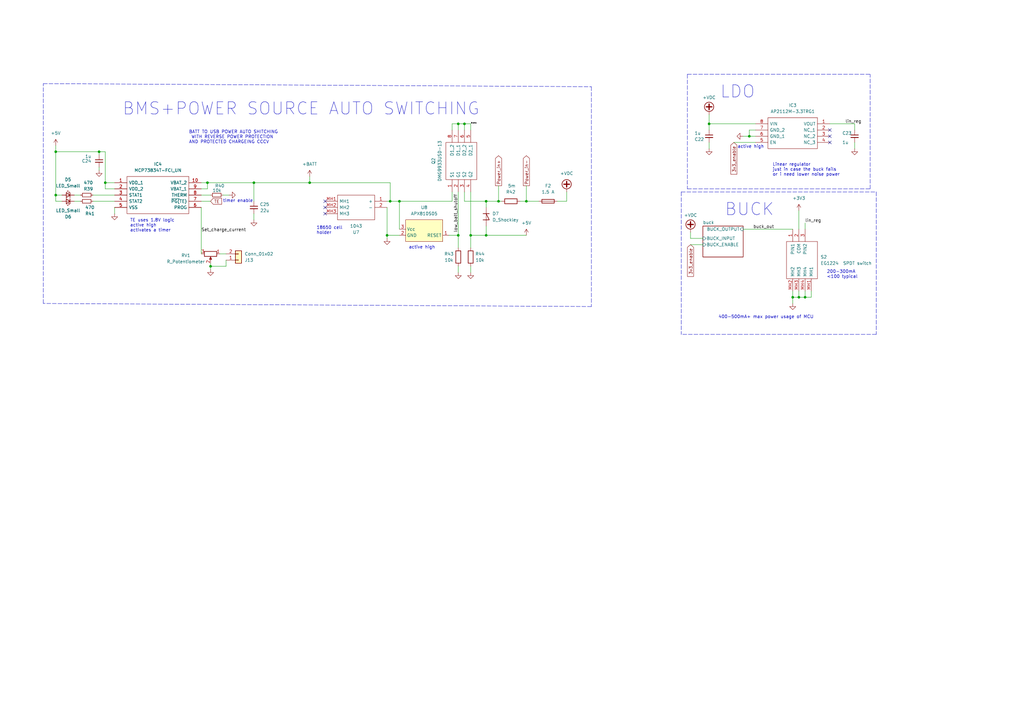
<source format=kicad_sch>
(kicad_sch (version 20211123) (generator eeschema)
  (paper "A3")
  (title_block (title "ESP32 MP3 player/web radio+power meter+uSD dataloger") (rev "2"))
  (lib_symbols
    (symbol "Connector_Generic:Conn_01x02" (pin_names (offset 1.016) hide)
      (property "Reference" "J" (at 0 2.54 0))
      (property "Value" "Conn_01x02" (at 0 -5.08 0))
      (symbol "Conn_01x02_1_1"
        (rectangle (start -1.27 -2.413) (end 0 -2.667) (stroke (width 0.1524)))
        (rectangle (start -1.27 0.127) (end 0 -0.127) (stroke (width 0.1524)))
        (rectangle (start -1.27 1.27) (end 1.27 -3.81) (stroke (width 0.254)) (fill (type background)))
        (pin passive line (at -5.08 0 0) (length 3.81) (name "Pin_1") (number "1"))
        (pin passive line (at -5.08 -2.54 0) (length 3.81) (name "Pin_2") (number "2"))
      )
    )
    (symbol "Device:C_Small" (pin_numbers hide) (pin_names (offset 0.254) hide)
      (property "Reference" "C" (at 0.254 1.778 0))
      (property "Value" "C_Small" (at 0.254 -2.032 0))
      (symbol "C_Small_0_1"
        (polyline (pts (xy -1.524 -0.508) (xy 1.524 -0.508)) (stroke (width 0.3302)))
        (polyline (pts (xy -1.524 0.508) (xy 1.524 0.508)) (stroke (width 0.3048)))
      )
      (symbol "C_Small_1_1"
        (pin passive line (at 0 2.54 270) (length 2.032) (name "~") (number "1"))
        (pin passive line (at 0 -2.54 90) (length 2.032) (name "~") (number "2"))
      )
    )
    (symbol "Device:D_Shockley" (pin_numbers hide) (pin_names (offset 1.016) hide)
      (property "Reference" "D" (at 0 2.54 0))
      (property "Value" "D_Shockley" (at 0 -2.54 0))
      (symbol "D_Shockley_0_1"
        (polyline (pts (xy -1.27 0) (xy 1.27 0)))
        (polyline (pts (xy -1.27 1.27) (xy -1.27 -1.27)) (stroke (width 0.254)))
        (polyline (pts (xy -1.27 0) (xy 1.27 1.27) (xy 1.27 -1.27)) (stroke (width 0.254)))
      )
      (symbol "D_Shockley_1_1"
        (pin passive line (at -3.81 0 0) (length 2.54) (name "K") (number "1"))
        (pin passive line (at 3.81 0 180) (length 2.54) (name "A") (number "2"))
      )
    )
    (symbol "Device:Fuse" (pin_numbers hide) (pin_names (offset 0))
      (property "Reference" "F" (at 2.032 0 90))
      (property "Value" "Fuse" (at -1.905 0 90))
      (symbol "Fuse_0_1"
        (rectangle (start -0.762 -2.54) (end 0.762 2.54) (stroke (width 0.254)))
        (polyline (pts (xy 0 2.54) (xy 0 -2.54)))
      )
      (symbol "Fuse_1_1"
        (pin passive line (at 0 3.81 270) (length 1.27) (name "~") (number "1"))
        (pin passive line (at 0 -3.81 90) (length 1.27) (name "~") (number "2"))
      )
    )
    (symbol "Device:LED_Small" (pin_numbers hide) (pin_names (offset 0.254) hide)
      (property "Reference" "D" (at -1.27 3.175 0))
      (property "Value" "LED_Small" (at -4.445 -2.54 0))
      (symbol "LED_Small_0_1"
        (polyline (pts (xy -0.762 -1.016) (xy -0.762 1.016)) (stroke (width 0.254)))
        (polyline (pts (xy 1.016 0) (xy -0.762 0)))
        (polyline (pts (xy 0.762 -1.016) (xy -0.762 0) (xy 0.762 1.016) (xy 0.762 -1.016)) (stroke (width 0.254)))
        (polyline (pts (xy 0 0.762) (xy -0.508 1.27) (xy -0.254 1.27) (xy -0.508 1.27) (xy -0.508 1.016)))
        (polyline (pts (xy 0.508 1.27) (xy 0 1.778) (xy 0.254 1.778) (xy 0 1.778) (xy 0 1.524)))
      )
      (symbol "LED_Small_1_1"
        (pin passive line (at -2.54 0 0) (length 1.778) (name "K") (number "1"))
        (pin passive line (at 2.54 0 180) (length 1.778) (name "A") (number "2"))
      )
    )
    (symbol "Device:R" (pin_numbers hide) (pin_names (offset 0))
      (property "Reference" "R" (at 2.032 0 90))
      (property "Value" "R" (at 0 0 90))
      (symbol "R_0_1"
        (rectangle (start -1.016 -2.54) (end 1.016 2.54) (stroke (width 0.254)))
      )
      (symbol "R_1_1"
        (pin passive line (at 0 3.81 270) (length 1.27) (name "~") (number "1"))
        (pin passive line (at 0 -3.81 90) (length 1.27) (name "~") (number "2"))
      )
    )
    (symbol "Device:R_Potentiometer" (pin_names (offset 1.016) hide)
      (property "Reference" "RV" (at -4.445 0 90))
      (property "Value" "R_Potentiometer" (at -2.54 0 90))
      (symbol "R_Potentiometer_0_1"
        (polyline (pts (xy 2.54 0) (xy 1.524 0)))
        (polyline (pts (xy 1.143 0) (xy 2.286 0.508) (xy 2.286 -0.508) (xy 1.143 0)) (fill (type outline)))
        (rectangle (start 1.016 2.54) (end -1.016 -2.54) (stroke (width 0.254)))
      )
      (symbol "R_Potentiometer_1_1"
        (pin passive line (at 0 3.81 270) (length 1.27) (name "1") (number "1"))
        (pin passive line (at 3.81 0 180) (length 1.27) (name "2") (number "2"))
        (pin passive line (at 0 -3.81 90) (length 1.27) (name "3") (number "3"))
      )
    )
    (symbol "Device:R_Small" (pin_numbers hide) (pin_names (offset 0.254) hide)
      (property "Reference" "R" (at 0.762 0.508 0))
      (property "Value" "R_Small" (at 0.762 -1.016 0))
      (symbol "R_Small_0_1"
        (rectangle (start -0.762 1.778) (end 0.762 -1.778) (stroke (width 0.2032)))
      )
      (symbol "R_Small_1_1"
        (pin passive line (at 0 2.54 270) (length 0.762) (name "~") (number "1"))
        (pin passive line (at 0 -2.54 90) (length 0.762) (name "~") (number "2"))
      )
    )
    (symbol "My_custom_lib:APX810S05"
      (property "Reference" "U" (at 0 6.35 0))
      (property "Value" "APX810S05" (at 0 3.81 0))
      (symbol "APX810S05_0_1"
        (rectangle (start -6.35 5.08) (end 8.89 -3.81) (fill (type background)))
      )
      (symbol "APX810S05_1_1"
        (pin output line (at 11.43 -1.27 180) (length 2.54) (name "RESET") (number "1"))
        (pin power_in line (at -8.89 -1.27 0) (length 2.54) (name "GND") (number "2"))
        (pin power_in line (at -8.89 1.27 0) (length 2.54) (name "Vcc") (number "3"))
      )
    )
    (symbol "SamacSys_Parts:1043" (pin_names (offset 0.762))
      (property "Reference" "U" (at 10.16 7.62 0))
      (property "Value" "1043" (at 10.16 5.08 0))
      (symbol "1043_0_0"
        (pin passive line (at 0 0 0) (length 5.08) (name "+") (number "1"))
        (pin passive line (at 0 -2.54 0) (length 5.08) (name "-") (number "2"))
        (pin passive line (at 25.4 0 180) (length 5.08) (name "MH1") (number "MH1"))
        (pin passive line (at 25.4 -2.54 180) (length 5.08) (name "MH2") (number "MH2"))
        (pin passive line (at 25.4 -5.08 180) (length 5.08) (name "MH3") (number "MH3"))
      )
      (symbol "1043_0_1"
        (polyline (pts (xy 5.08 2.54) (xy 20.32 2.54) (xy 20.32 -7.62) (xy 5.08 -7.62) (xy 5.08 2.54)) (stroke (width 0.1524)))
      )
    )
    (symbol "SamacSys_Parts:AP2112M-3.3TRG1" (pin_names (offset 0.762))
      (property "Reference" "IC" (at 26.67 7.62 0))
      (property "Value" "AP2112M-3.3TRG1" (at 26.67 5.08 0))
      (symbol "AP2112M-3.3TRG1_0_0"
        (pin passive line (at 0 0 0) (length 5.08) (name "VOUT") (number "1"))
        (pin passive line (at 0 -2.54 0) (length 5.08) (name "NC_1") (number "2"))
        (pin passive line (at 0 -5.08 0) (length 5.08) (name "NC_2") (number "3"))
        (pin passive line (at 0 -7.62 0) (length 5.08) (name "NC_3") (number "4"))
        (pin passive line (at 30.48 -7.62 180) (length 5.08) (name "EN") (number "5"))
        (pin passive line (at 30.48 -5.08 180) (length 5.08) (name "GND_1") (number "6"))
        (pin passive line (at 30.48 -2.54 180) (length 5.08) (name "GND_2") (number "7"))
        (pin passive line (at 30.48 0 180) (length 5.08) (name "VIN") (number "8"))
      )
      (symbol "AP2112M-3.3TRG1_0_1"
        (polyline (pts (xy 5.08 2.54) (xy 25.4 2.54) (xy 25.4 -10.16) (xy 5.08 -10.16) (xy 5.08 2.54)) (stroke (width 0.1524)))
      )
    )
    (symbol "SamacSys_Parts:DMG9933USD-13" (pin_names (offset 0.762))
      (property "Reference" "Q" (at 21.59 7.62 0))
      (property "Value" "DMG9933USD-13" (at 21.59 5.08 0))
      (symbol "DMG9933USD-13_0_0"
        (pin passive line (at 0 0 0) (length 5.08) (name "S1") (number "1"))
        (pin passive line (at 0 -2.54 0) (length 5.08) (name "G1") (number "2"))
        (pin passive line (at 0 -5.08 0) (length 5.08) (name "S2") (number "3"))
        (pin passive line (at 0 -7.62 0) (length 5.08) (name "G2") (number "4"))
        (pin passive line (at 25.4 -7.62 180) (length 5.08) (name "D2_1") (number "5"))
        (pin passive line (at 25.4 -5.08 180) (length 5.08) (name "D2_2") (number "6"))
        (pin passive line (at 25.4 -2.54 180) (length 5.08) (name "D1_1") (number "7"))
        (pin passive line (at 25.4 0 180) (length 5.08) (name "D1_2") (number "8"))
      )
      (symbol "DMG9933USD-13_0_1"
        (polyline (pts (xy 5.08 2.54) (xy 20.32 2.54) (xy 20.32 -10.16) (xy 5.08 -10.16) (xy 5.08 2.54)) (stroke (width 0.1524)))
      )
    )
    (symbol "SamacSys_Parts:EG1224" (pin_names (offset 0.762))
      (property "Reference" "S" (at 21.59 7.62 0))
      (property "Value" "EG1224" (at 21.59 5.08 0))
      (symbol "EG1224_0_0"
        (pin passive line (at 0 0 0) (length 5.08) (name "PIN1") (number "1"))
        (pin passive line (at 0 -2.54 0) (length 5.08) (name "COM") (number "2"))
        (pin passive line (at 0 -5.08 0) (length 5.08) (name "PIN2") (number "3"))
        (pin passive line (at 25.4 -7.62 180) (length 5.08) (name "MH1") (number "MH1"))
        (pin passive line (at 25.4 0 180) (length 5.08) (name "MH2") (number "MH2"))
        (pin passive line (at 25.4 -2.54 180) (length 5.08) (name "MH3") (number "MH3"))
        (pin passive line (at 25.4 -5.08 180) (length 5.08) (name "MH4") (number "MH4"))
      )
      (symbol "EG1224_0_1"
        (polyline (pts (xy 5.08 2.54) (xy 20.32 2.54) (xy 20.32 -10.16) (xy 5.08 -10.16) (xy 5.08 2.54)) (stroke (width 0.1524)))
      )
    )
    (symbol "SamacSys_Parts:MCP73834T-FCI_UN" (pin_names (offset 0.762))
      (property "Reference" "IC" (at 31.75 7.62 0))
      (property "Value" "MCP73834T-FCI_UN" (at 31.75 5.08 0))
      (symbol "MCP73834T-FCI_UN_0_0"
        (pin passive line (at 0 0 0) (length 5.08) (name "VDD_1") (number "1"))
        (pin passive line (at 35.56 0 180) (length 5.08) (name "VBAT_2") (number "10"))
        (pin passive line (at 0 -2.54 0) (length 5.08) (name "VDD_2") (number "2"))
        (pin passive line (at 0 -5.08 0) (length 5.08) (name "STAT1") (number "3"))
        (pin passive line (at 0 -7.62 0) (length 5.08) (name "STAT2") (number "4"))
        (pin passive line (at 0 -10.16 0) (length 5.08) (name "VSS") (number "5"))
        (pin passive line (at 35.56 -10.16 180) (length 5.08) (name "PROG") (number "6"))
        (pin passive line (at 35.56 -7.62 180) (length 5.08) (name "~{PG(}TE)") (number "7"))
        (pin passive line (at 35.56 -5.08 180) (length 5.08) (name "THERM") (number "8"))
        (pin passive line (at 35.56 -2.54 180) (length 5.08) (name "VBAT_1") (number "9"))
      )
      (symbol "MCP73834T-FCI_UN_0_1"
        (polyline (pts (xy 5.08 2.54) (xy 30.48 2.54) (xy 30.48 -12.7) (xy 5.08 -12.7) (xy 5.08 2.54)) (stroke (width 0.1524)))
      )
    )
    (symbol "power:+3V3" (power) (pin_names (offset 0))
      (property "Value" "+3V3" (at 0 3.556 0))
      (symbol "+3V3_0_1"
        (polyline (pts (xy -0.762 1.27) (xy 0 2.54)))
        (polyline (pts (xy 0 0) (xy 0 2.54)))
        (polyline (pts (xy 0 2.54) (xy 0.762 1.27)))
      )
      (symbol "+3V3_1_1"
        (pin power_in line (at 0 0 90) (length 0) hide (name "+3V3") (number "1"))
      )
    )
    (symbol "power:+5V" (power) (pin_names (offset 0))
      (property "Value" "+5V" (at 0 3.556 0))
      (symbol "+5V_0_1"
        (polyline (pts (xy -0.762 1.27) (xy 0 2.54)))
        (polyline (pts (xy 0 0) (xy 0 2.54)))
        (polyline (pts (xy 0 2.54) (xy 0.762 1.27)))
      )
      (symbol "+5V_1_1"
        (pin power_in line (at 0 0 90) (length 0) hide (name "+5V") (number "1"))
      )
    )
    (symbol "power:+BATT" (power) (pin_names (offset 0))
      (property "Value" "+BATT" (at 0 3.556 0))
      (symbol "+BATT_0_1"
        (polyline (pts (xy -0.762 1.27) (xy 0 2.54)))
        (polyline (pts (xy 0 0) (xy 0 2.54)))
        (polyline (pts (xy 0 2.54) (xy 0.762 1.27)))
      )
      (symbol "+BATT_1_1"
        (pin power_in line (at 0 0 90) (length 0) hide (name "+BATT") (number "1"))
      )
    )
    (symbol "power:+VDC" (power) (pin_names (offset 0))
      (property "Value" "+VDC" (at 0 6.35 0))
      (symbol "+VDC_0_1"
        (polyline (pts (xy -1.143 3.175) (xy 1.143 3.175)) (stroke (width 0.508)))
        (polyline (pts (xy 0 0) (xy 0 1.27)))
        (polyline (pts (xy 0 2.032) (xy 0 4.318)) (stroke (width 0.508)))
        (circle (center 0 3.175) (radius 1.905) (stroke (width 0.254)))
      )
      (symbol "+VDC_1_1"
        (pin power_in line (at 0 0 90) (length 0) hide (name "+VDC") (number "1"))
      )
    )
    (symbol "power:GND" (power) (pin_names (offset 0))
      (property "Value" "GND" (at 0 -3.81 0))
      (symbol "GND_0_1"
        (polyline (pts (xy 0 0) (xy 0 -1.27) (xy 1.27 -1.27) (xy 0 -2.54) (xy -1.27 -1.27) (xy 0 -1.27)))
      )
      (symbol "GND_1_1"
        (pin power_in line (at 0 0 270) (length 0) hide (name "GND") (number "1"))
      )
    )
  )
  (junction (at 204.47 82.55))
  (junction (at 22.86 62.23))
  (junction (at 199.39 96.52))
  (junction (at 190.5 50.8))
  (junction (at 325.12 121.92))
  (junction (at 22.86 80.01))
  (junction (at 187.96 96.52))
  (junction (at 215.9 82.55))
  (junction (at 104.14 74.93))
  (junction (at 330.2 121.92))
  (junction (at 307.34 55.88))
  (junction (at 160.02 82.55))
  (junction (at 85.09 74.93))
  (junction (at 187.96 50.8))
  (junction (at 127 74.93))
  (junction (at 193.04 96.52))
  (junction (at 86.36 109.22))
  (junction (at 43.18 74.93))
  (junction (at 163.83 82.55))
  (junction (at 199.39 82.55))
  (junction (at 327.66 121.92))
  (junction (at 158.75 96.52))
  (junction (at 40.64 62.23))
  (junction (at 290.83 50.8))
  (no_connect (at 133.35 87.63))
  (no_connect (at 340.36 53.34))
  (no_connect (at 133.35 85.09))
  (no_connect (at 133.35 82.55))
  (no_connect (at 340.36 58.42))
  (no_connect (at 340.36 55.88))
  (wire (pts (xy 187.96 50.8) (xy 187.96 53.34)))
  (wire (pts (xy 325.12 121.92) (xy 327.66 121.92)))
  (wire (pts (xy 307.34 55.88) (xy 309.88 55.88)))
  (wire (pts (xy 325.12 121.92) (xy 325.12 124.46)))
  (wire (pts (xy 204.47 82.55) (xy 205.74 82.55)))
  (wire (pts (xy 22.86 59.69) (xy 22.86 62.23)))
  (wire (pts (xy 185.42 50.8) (xy 187.96 50.8)))
  (wire (pts (xy 190.5 50.8) (xy 193.04 50.8)))
  (wire (pts (xy 40.64 62.23) (xy 43.18 62.23)))
  (wire (pts (xy 199.39 92.71) (xy 199.39 96.52)))
  (wire (pts (xy 290.83 50.8) (xy 290.83 53.34)))
  (wire (pts (xy 290.83 58.42) (xy 290.83 60.96)))
  (wire (pts (xy 190.5 82.55) (xy 199.39 82.55)))
  (wire (pts (xy 127 74.93) (xy 160.02 74.93)))
  (wire (pts (xy 85.09 74.93) (xy 82.55 74.93)))
  (wire (pts (xy 127 72.39) (xy 127 74.93)))
  (wire (pts (xy 91.44 80.01) (xy 93.98 80.01)))
  (wire (pts (xy 22.86 82.55) (xy 25.4 82.55)))
  (wire (pts (xy 350.52 50.8) (xy 350.52 53.34)))
  (wire (pts (xy 283.21 97.79) (xy 288.29 97.79)))
  (wire (pts (xy 82.55 80.01) (xy 86.36 80.01)))
  (wire (pts (xy 193.04 50.8) (xy 193.04 53.34)))
  (polyline (pts (xy 279.4 78.74) (xy 279.4 137.16)))
  (wire (pts (xy 85.09 77.47) (xy 85.09 74.93)))
  (wire (pts (xy 160.02 74.93) (xy 160.02 82.55)))
  (wire (pts (xy 163.83 82.55) (xy 163.83 93.98)))
  (wire (pts (xy 290.83 50.8) (xy 309.88 50.8)))
  (wire (pts (xy 193.04 78.74) (xy 193.04 96.52)))
  (wire (pts (xy 22.86 80.01) (xy 22.86 82.55)))
  (wire (pts (xy 330.2 121.92) (xy 332.74 121.92)))
  (wire (pts (xy 290.83 46.99) (xy 290.83 50.8)))
  (wire (pts (xy 82.55 85.09) (xy 82.55 104.14)))
  (wire (pts (xy 187.96 78.74) (xy 187.96 96.52)))
  (wire (pts (xy 307.34 53.34) (xy 307.34 55.88)))
  (wire (pts (xy 304.8 93.98) (xy 325.12 93.98)))
  (wire (pts (xy 190.5 50.8) (xy 190.5 53.34)))
  (wire (pts (xy 283.21 95.25) (xy 283.21 97.79)))
  (wire (pts (xy 158.75 82.55) (xy 160.02 82.55)))
  (wire (pts (xy 215.9 76.2) (xy 215.9 82.55)))
  (polyline (pts (xy 359.41 78.74) (xy 359.41 137.16)))
  (wire (pts (xy 30.48 82.55) (xy 33.02 82.55)))
  (wire (pts (xy 193.04 109.22) (xy 193.04 111.76)))
  (wire (pts (xy 199.39 82.55) (xy 204.47 82.55)))
  (wire (pts (xy 187.96 96.52) (xy 187.96 101.6)))
  (wire (pts (xy 215.9 82.55) (xy 220.98 82.55)))
  (wire (pts (xy 185.42 50.8) (xy 185.42 53.34)))
  (wire (pts (xy 86.36 109.22) (xy 86.36 110.49)))
  (wire (pts (xy 232.41 78.74) (xy 232.41 82.55)))
  (wire (pts (xy 104.14 87.63) (xy 104.14 90.17)))
  (wire (pts (xy 43.18 74.93) (xy 46.99 74.93)))
  (polyline (pts (xy 356.87 77.47) (xy 356.87 30.48)))
  (wire (pts (xy 38.1 80.01) (xy 46.99 80.01)))
  (wire (pts (xy 43.18 62.23) (xy 43.18 74.93)))
  (wire (pts (xy 43.18 74.93) (xy 43.18 77.47)))
  (wire (pts (xy 350.52 58.42) (xy 350.52 60.96)))
  (wire (pts (xy 158.75 85.09) (xy 158.75 96.52)))
  (wire (pts (xy 327.66 86.36) (xy 327.66 93.98)))
  (wire (pts (xy 199.39 82.55) (xy 199.39 85.09)))
  (polyline (pts (xy 281.94 30.48) (xy 281.94 77.47)))
  (wire (pts (xy 92.71 109.22) (xy 86.36 109.22)))
  (wire (pts (xy 22.86 62.23) (xy 22.86 80.01)))
  (wire (pts (xy 330.2 121.92) (xy 330.2 119.38)))
  (wire (pts (xy 327.66 121.92) (xy 327.66 119.38)))
  (wire (pts (xy 90.17 104.14) (xy 92.71 104.14)))
  (wire (pts (xy 92.71 106.68) (xy 92.71 109.22)))
  (wire (pts (xy 163.83 82.55) (xy 185.42 82.55)))
  (polyline (pts (xy 242.57 125.73) (xy 17.78 124.46)))
  (wire (pts (xy 187.96 50.8) (xy 190.5 50.8)))
  (polyline (pts (xy 281.94 77.47) (xy 356.87 77.47)))
  (wire (pts (xy 46.99 85.09) (xy 46.99 87.63)))
  (wire (pts (xy 204.47 76.2) (xy 204.47 82.55)))
  (wire (pts (xy 40.64 68.58) (xy 40.64 69.85)))
  (wire (pts (xy 193.04 96.52) (xy 193.04 101.6)))
  (wire (pts (xy 300.99 58.42) (xy 309.88 58.42)))
  (wire (pts (xy 283.21 100.33) (xy 288.29 100.33)))
  (wire (pts (xy 25.4 80.01) (xy 22.86 80.01)))
  (polyline (pts (xy 359.41 137.16) (xy 279.4 137.16)))
  (wire (pts (xy 330.2 91.44) (xy 330.2 93.98)))
  (wire (pts (xy 22.86 62.23) (xy 40.64 62.23)))
  (polyline (pts (xy 242.57 35.56) (xy 242.57 125.73)))
  (wire (pts (xy 325.12 121.92) (xy 325.12 119.38)))
  (wire (pts (xy 104.14 74.93) (xy 127 74.93)))
  (wire (pts (xy 46.99 77.47) (xy 43.18 77.47)))
  (wire (pts (xy 86.36 107.95) (xy 86.36 109.22)))
  (polyline (pts (xy 17.78 124.46) (xy 17.78 34.29)))
  (wire (pts (xy 30.48 80.01) (xy 33.02 80.01)))
  (wire (pts (xy 193.04 96.52) (xy 199.39 96.52)))
  (wire (pts (xy 190.5 78.74) (xy 190.5 82.55)))
  (wire (pts (xy 199.39 96.52) (xy 215.9 96.52)))
  (wire (pts (xy 82.55 82.55) (xy 86.36 82.55)))
  (wire (pts (xy 228.6 82.55) (xy 232.41 82.55)))
  (wire (pts (xy 327.66 121.92) (xy 330.2 121.92)))
  (wire (pts (xy 340.36 50.8) (xy 350.52 50.8)))
  (wire (pts (xy 104.14 82.55) (xy 104.14 74.93)))
  (wire (pts (xy 160.02 82.55) (xy 163.83 82.55)))
  (wire (pts (xy 40.64 62.23) (xy 40.64 63.5)))
  (polyline (pts (xy 17.78 34.29) (xy 242.57 35.56)))
  (wire (pts (xy 82.55 77.47) (xy 85.09 77.47)))
  (polyline (pts (xy 279.4 78.74) (xy 359.41 78.74)))
  (wire (pts (xy 184.15 96.52) (xy 187.96 96.52)))
  (wire (pts (xy 309.88 53.34) (xy 307.34 53.34)))
  (wire (pts (xy 307.34 55.88) (xy 304.8 55.88)))
  (wire (pts (xy 158.75 96.52) (xy 158.75 97.79)))
  (wire (pts (xy 38.1 82.55) (xy 46.99 82.55)))
  (wire (pts (xy 213.36 82.55) (xy 215.9 82.55)))
  (polyline (pts (xy 281.94 30.48) (xy 356.87 30.48)))
  (wire (pts (xy 158.75 96.52) (xy 163.83 96.52)))
  (wire (pts (xy 332.74 121.92) (xy 332.74 119.38)))
  (wire (pts (xy 187.96 109.22) (xy 187.96 111.76)))
  (wire (pts (xy 185.42 78.74) (xy 185.42 82.55)))
  (wire (pts (xy 85.09 74.93) (xy 104.14 74.93)))
  (text "400-500mA+ max power usage of MCU" (at 294.64 130.81 0) (effects (font (size 1.27 1.27)) (justify left bottom)))
  (text "active high" (at 167.64 102.235 0) (effects (font (size 1.27 1.27)) (justify left bottom)))
  (text "timer enable" (at 91.44 83.185 0) (effects (font (size 1.27 1.27)) (justify left bottom)))
  (text "BUCK" (at 297.18 88.9 0) (effects (font (size 5 5)) (justify left bottom)))
  (text "TE uses 1.8V logic\nactive high\nactivates a timer" (at 53.34 95.25 0) (effects (font (size 1.27 1.27)) (justify left bottom)))
  (text "active high" (at 302.514 60.96 0) (effects (font (size 1.27 1.27)) (justify left bottom)))
  (text "Linear regulator\njust in case the buck fails \nor i need lower noise power" (at 316.865 72.39 0) (effects (font (size 1.27 1.27)) (justify left bottom)))
  (text "BATT TO USB POWER AUTO SHITCHING\n WITH REVERSE POWER PROTECTION\nAND PROTECTED CHARGEING CCCV" (at 77.47 59.055 0) (effects (font (size 1.27 1.27)) (justify left bottom)))
  (text "18650 cell\nholder" (at 129.794 96.266 0) (effects (font (size 1.27 1.27)) (justify left bottom)))
  (text "LDO" (at 295.275 40.64 0) (effects (font (size 5 5)) (justify left bottom)))
  (text "200-300mA\n<100 typical" (at 339.09 114.3 0) (effects (font (size 1.27 1.27)) (justify left bottom)))
  (text "BMS+POWER SOURCE AUTO SWITCHING" (at 50.165 47.625 0) (effects (font (size 5 5)) (justify left bottom)))
  (label "Drains" (at 193.04 50.8 0) (effects (font (size 0.5 0.5))))
  (label "lin_reg" (at 346.71 50.8 0))
  (label "low_batt_shutoff" (at 187.96 95.25 90))
  (label "Set_charge_current" (at 82.55 95.25 0))
  (label "lin_reg" (at 330.2 91.44 0))
  (label "buck_out" (at 317.5 93.98 180))
  (global_label "3v3_enable" (shape input) (at 300.99 58.42 270) (property "Intersheet References" "${INTERSHEET_REFS}" (effects hide)))
  (global_label "3v3_enable" (shape input) (at 283.21 100.33 270) (property "Intersheet References" "${INTERSHEET_REFS}" (effects hide)))
  (global_label "Power_in-" (shape output) (at 215.9 76.2 90) (property "Intersheet References" "${INTERSHEET_REFS}" (effects hide)))
  (global_label "Power_in+" (shape output) (at 204.47 76.2 90) (property "Intersheet References" "${INTERSHEET_REFS}" (effects hide)))
  (global_label "TE" (shape input) (at 86.36 82.55 0) (property "Intersheet References" "${INTERSHEET_REFS}" (effects hide)))
  (symbol (lib_id "Device:R") (at 187.96 105.41 0) (mirror x) (unit 1)
    (property "Reference" "R43" (at 184.15 104.14 0))
    (property "Value" "10k" (at 184.15 106.68 0))
    (property "Footprint" "Resistor_SMD:R_0603_1608Metric_Pad0.98x0.95mm_HandSolder" (effects hide))
  )
  (symbol (lib_id "power:+3V3") (at 327.66 86.36 0) (unit 1)
    (property "Reference" "#PWR0107" (effects hide))
    (property "Value" "+3V3" (at 327.66 81.28 0))
  )
  (symbol (lib_id "Device:R_Potentiometer") (at 86.36 104.14 270) (unit 1)
    (property "Reference" "RV1" (at 76.2 104.775 90))
    (property "Value" "R_Potentiometer" (at 76.2 107.315 90))
    (property "Footprint" "Potentiometer_THT:Potentiometer_Bourns_3386F_Vertical" (effects hide))
  )
  (symbol (lib_id "power:GND") (at 46.99 87.63 0) (unit 1)
    (property "Reference" "#PWR083" (effects hide))
    (property "Value" "GND" (effects hide))
  )
  (symbol (lib_id "power:GND") (at 193.04 111.76 0) (unit 1)
    (property "Reference" "#PWR090" (effects hide))
    (property "Value" "GND" (effects hide))
  )
  (symbol (lib_id "Device:Fuse") (at 224.79 82.55 90) (unit 1)
    (property "Reference" "F2" (at 224.79 76.2 90))
    (property "Value" "1.5 A" (at 224.79 78.74 90))
    (property "Footprint" "Fuse:Fuse_1812_4532Metric" (effects hide))
  )
  (symbol (lib_id "Device:C_Small") (at 350.52 55.88 0) (unit 1)
    (property "Reference" "C23" (at 345.44 54.61 0) (effects (justify left)))
    (property "Value" "1u" (at 345.44 58.42 0) (effects (justify left)))
    (property "Footprint" "Capacitor_SMD:C_0805_2012Metric_Pad1.18x1.45mm_HandSolder" (effects hide))
  )
  (symbol (lib_id "My_custom_lib:APX810S05") (at 172.72 95.25 0) (unit 1)
    (property "Reference" "U8" (at 173.99 85.09 0))
    (property "Value" "APX810S05" (at 173.99 87.63 0))
    (property "Footprint" "Package_TO_SOT_SMD:SOT-23" (effects hide))
  )
  (symbol (lib_id "Device:C_Small") (at 104.14 85.09 0) (mirror y) (unit 1)
    (property "Reference" "C25" (at 110.49 83.82 0) (effects (justify left)))
    (property "Value" "22u" (at 110.49 86.36 0) (effects (justify left)))
    (property "Footprint" "Capacitor_SMD:C_0805_2012Metric_Pad1.18x1.45mm_HandSolder" (effects hide))
  )
  (symbol (lib_id "Connector_Generic:Conn_01x02") (at 97.79 106.68 0) (mirror x) (unit 1)
    (property "Reference" "J13" (at 100.33 106.68 0) (effects (justify left)))
    (property "Value" "Conn_01x02" (at 100.33 104.14 0) (effects (justify left)))
    (property "Footprint" "Connector_PinHeader_2.54mm:PinHeader_1x02_P2.54mm_Vertical" (effects hide))
  )
  (symbol (lib_id "power:GND") (at 304.8 55.88 270) (unit 1)
    (property "Reference" "#PWR074" (effects hide))
    (property "Value" "GND" (effects hide))
  )
  (symbol (lib_id "Device:R_Small") (at 35.56 82.55 90) (mirror x) (unit 1)
    (property "Reference" "R41" (at 34.925 87.63 90) (effects (justify right)))
    (property "Value" "470" (at 34.925 85.09 90) (effects (justify right)))
    (property "Footprint" "Resistor_SMD:R_0603_1608Metric_Pad0.98x0.95mm_HandSolder" (effects hide))
  )
  (symbol (lib_id "SamacSys_Parts:AP2112M-3.3TRG1") (at 340.36 50.8 0) (mirror y) (unit 1)
    (property "Reference" "IC3" (at 325.12 43.18 0))
    (property "Value" "AP2112M-3.3TRG1" (at 325.12 45.72 0))
    (property "Footprint" "SOIC127P600X170-8N" (effects hide))
    (property "Datasheet" "https://www.diodes.com/assets/Datasheets/AP2112.pdf" (effects hide))
    (property "Description" "LDO Voltage Regulators LDO CMOS HiCurr" (effects hide))
    (property "Height" "1.7" (effects hide))
    (property "Mouser Part Number" "621-AP2112M-3.3TRG1" (effects hide))
    (property "Mouser Price/Stock" "https://www.mouser.co.uk/ProductDetail/Diodes-Incorporated/AP2112M-33TRG1?qs=5V6w%252Be2aIqa1YM8VADFBsQ%3D%3D" (effects hide))
    (property "Manufacturer_Name" "Diodes Inc." (effects hide))
    (property "Manufacturer_Part_Number" "AP2112M-3.3TRG1" (effects hide))
  )
  (symbol (lib_id "SamacSys_Parts:1043") (at 158.75 82.55 0) (mirror y) (unit 1)
    (property "Reference" "U7" (at 146.05 95.25 0))
    (property "Value" "1043" (at 146.05 92.71 0))
    (property "Footprint" "1043" (effects hide))
    (property "Datasheet" "http://www.keyelco.com/product-pdf.cfm?p=919" (effects hide))
    (property "Description" "KEYSTONE - 1043 - BATTERY HOLDER, 18650, TH" (effects hide))
    (property "Height" "14.86" (effects hide))
    (property "Mouser Part Number" "534-1043" (effects hide))
    (property "Mouser Price/Stock" "https://www.mouser.co.uk/ProductDetail/Keystone-Electronics/1043?qs=%2F7TOpeL5Mz6j%2FnxeOA1rsg%3D%3D" (effects hide))
    (property "Manufacturer_Name" "Keystone Electronics" (effects hide))
    (property "Manufacturer_Part_Number" "1043" (effects hide))
  )
  (symbol (lib_id "power:GND") (at 350.52 60.96 0) (unit 1)
    (property "Reference" "#PWR077" (effects hide))
    (property "Value" "GND" (effects hide))
  )
  (symbol (lib_id "Device:R") (at 209.55 82.55 90) (unit 1)
    (property "Reference" "R42" (at 211.455 78.74 90) (effects (justify left)))
    (property "Value" "5m" (at 211.455 76.2 90) (effects (justify left)))
    (property "Footprint" "Resistor_SMD:R_0612_1632Metric_Pad1.18x3.40mm_HandSolder" (effects hide))
  )
  (symbol (lib_id "power:GND") (at 93.98 80.01 90) (mirror x) (unit 1)
    (property "Reference" "#PWR081" (effects hide))
    (property "Value" "GND" (effects hide))
  )
  (symbol (lib_id "SamacSys_Parts:DMG9933USD-13") (at 185.42 78.74 90) (unit 1)
    (property "Reference" "Q2" (at 177.8 66.04 0))
    (property "Value" "DMG9933USD-13" (at 180.34 66.04 0))
    (property "Footprint" "SOIC127P600X175-8N" (effects hide))
    (property "Datasheet" "https://www.diodes.com/assets/Datasheets/ds32085.pdf" (effects hide))
    (property "Description" "Trans MOSFET P-CH 20V 4.6A Automotive 8-Pin SO T/R" (effects hide))
    (property "Height" "1.75" (effects hide))
    (property "Mouser Part Number" "621-DMG9933USD-13" (effects hide))
    (property "Mouser Price/Stock" "https://www.mouser.co.uk/ProductDetail/Diodes-Incorporated/DMG9933USD-13?qs=sJ%252BpcIzCtBhDoyIe%2Fd9Cxg%3D%3D" (effects hide))
    (property "Manufacturer_Name" "Diodes Inc." (effects hide))
    (property "Manufacturer_Part_Number" "DMG9933USD-13" (effects hide))
  )
  (symbol (lib_id "power:+VDC") (at 283.21 95.25 0) (unit 1)
    (property "Reference" "#PWR085" (effects hide))
    (property "Value" "+VDC" (at 283.21 88.265 0))
  )
  (symbol (lib_id "Device:R") (at 193.04 105.41 0) (mirror x) (unit 1)
    (property "Reference" "R44" (at 196.85 104.14 0))
    (property "Value" "10k" (at 196.85 106.68 0))
    (property "Footprint" "Resistor_SMD:R_0603_1608Metric_Pad0.98x0.95mm_HandSolder" (effects hide))
  )
  (symbol (lib_id "Device:LED_Small") (at 27.94 82.55 180) (unit 1)
    (property "Reference" "D6" (at 27.94 88.9 0))
    (property "Value" "LED_Small" (at 27.94 86.36 0))
    (property "Footprint" "LED_SMD:LED_0603_1608Metric_Pad1.05x0.95mm_HandSolder" (effects hide))
  )
  (symbol (lib_id "Device:D_Shockley") (at 199.39 88.9 270) (unit 1)
    (property "Reference" "D7" (at 201.93 87.6299 90) (effects (justify left)))
    (property "Value" "D_Shockley" (at 201.93 90.1699 90) (effects (justify left)))
    (property "Footprint" "Diode_THT:D_DO-15_P5.08mm_Vertical_AnodeUp" (effects hide))
  )
  (symbol (lib_id "power:+5V") (at 215.9 96.52 0) (unit 1)
    (property "Reference" "#PWR086" (effects hide))
    (property "Value" "+5V" (at 215.9 91.44 0))
  )
  (symbol (lib_id "SamacSys_Parts:MCP73834T-FCI_UN") (at 46.99 74.93 0) (unit 1)
    (property "Reference" "IC4" (at 64.77 67.31 0))
    (property "Value" "MCP73834T-FCI_UN" (at 64.77 69.85 0))
    (property "Footprint" "SOP50P490X110-10N" (effects hide))
    (property "Datasheet" "http://www.microchip.com/mymicrochip/filehandler.aspx?ddocname=en027983" (effects hide))
    (property "Description" "Battery Management Charge Management Controllers" (effects hide))
    (property "Height" "1.1" (effects hide))
    (property "Mouser Part Number" "579-MCP73834T-FCI/UN" (effects hide))
    (property "Mouser Price/Stock" "https://www.mouser.co.uk/ProductDetail/Microchip-Technology/MCP73834T-FCI-UN?qs=jZi1jxfVU96a9W8V17k8Cg%3D%3D" (effects hide))
    (property "Manufacturer_Name" "Microchip" (effects hide))
    (property "Manufacturer_Part_Number" "MCP73834T-FCI/UN" (effects hide))
  )
  (symbol (lib_id "power:+VDC") (at 232.41 78.74 0) (unit 1)
    (property "Reference" "#PWR080" (effects hide))
    (property "Value" "+VDC" (at 232.41 71.12 0))
  )
  (symbol (lib_id "power:GND") (at 187.96 111.76 0) (unit 1)
    (property "Reference" "#PWR089" (effects hide))
    (property "Value" "GND" (effects hide))
  )
  (symbol (lib_id "power:GND") (at 104.14 90.17 0) (mirror y) (unit 1)
    (property "Reference" "#PWR084" (effects hide))
    (property "Value" "GND" (effects hide))
  )
  (symbol (lib_id "SamacSys_Parts:EG1224") (at 325.12 93.98 90) (mirror x) (unit 1)
    (property "Reference" "S2" (at 336.55 105.4099 90) (effects (justify right)))
    (property "Value" "EG1224  SPDT switch" (at 336.55 107.9499 90) (effects (justify right)))
    (property "Footprint" "EG1224" (effects hide))
    (property "Description" "E-SWITCH - EG1224 - SWITCH, SLIDE, SPDT, 500mA, 15V, PCB" (effects hide))
    (property "Height" "8.5" (effects hide))
    (property "Mouser Part Number" "612-EG1224" (effects hide))
    (property "Mouser Price/Stock" "https://www.mouser.co.uk/ProductDetail/E-Switch/EG1224?qs=HKd%2Fp3M7KlUMARNITVNimA%3D%3D" (effects hide))
    (property "Manufacturer_Name" "E-Switch" (effects hide))
    (property "Manufacturer_Part_Number" "EG1224" (effects hide))
  )
  (symbol (lib_id "power:GND") (at 40.64 69.85 0) (mirror y) (unit 1)
    (property "Reference" "#PWR078" (effects hide))
    (property "Value" "GND" (effects hide))
  )
  (symbol (lib_id "Device:R_Small") (at 35.56 80.01 90) (mirror x) (unit 1)
    (property "Reference" "R39" (at 34.29 77.47 90) (effects (justify right)))
    (property "Value" "470" (at 34.29 74.93 90) (effects (justify right)))
    (property "Footprint" "Resistor_SMD:R_0603_1608Metric_Pad0.98x0.95mm_HandSolder" (effects hide))
  )
  (symbol (lib_id "power:GND") (at 86.36 110.49 0) (mirror y) (unit 1)
    (property "Reference" "#PWR088" (effects hide))
    (property "Value" "GND" (effects hide))
  )
  (symbol (lib_id "power:GND") (at 290.83 60.96 0) (unit 1)
    (property "Reference" "#PWR076" (effects hide))
    (property "Value" "GND" (effects hide))
  )
  (symbol (lib_id "power:+5V") (at 22.86 59.69 0) (unit 1)
    (property "Reference" "#PWR075" (effects hide))
    (property "Value" "+5V" (at 22.86 54.61 0))
  )
  (symbol (lib_id "Device:C_Small") (at 40.64 66.04 0) (mirror y) (unit 1)
    (property "Reference" "C24" (at 37.465 66.04 0) (effects (justify left)))
    (property "Value" "1u" (at 37.465 64.135 0) (effects (justify left)))
    (property "Footprint" "Capacitor_SMD:C_0603_1608Metric_Pad1.08x0.95mm_HandSolder" (effects hide))
  )
  (symbol (lib_id "power:+BATT") (at 127 72.39 0) (unit 1)
    (property "Reference" "#PWR079" (effects hide))
    (property "Value" "+BATT" (at 127 67.31 0))
  )
  (symbol (lib_id "Device:R_Small") (at 88.9 80.01 270) (mirror x) (unit 1)
    (property "Reference" "R40" (at 92.075 76.2 90) (effects (justify right)))
    (property "Value" "10k" (at 90.805 78.105 90) (effects (justify right)))
    (property "Footprint" "Resistor_SMD:R_0603_1608Metric_Pad0.98x0.95mm_HandSolder" (effects hide))
  )
  (symbol (lib_id "Device:C_Small") (at 290.83 55.88 0) (unit 1)
    (property "Reference" "C22" (at 284.861 57.15 0) (effects (justify left)))
    (property "Value" "1u" (at 284.861 54.61 0) (effects (justify left)))
    (property "Footprint" "Capacitor_SMD:C_0805_2012Metric_Pad1.18x1.45mm_HandSolder" (effects hide))
  )
  (symbol (lib_id "power:GND") (at 325.12 124.46 0) (unit 1)
    (property "Reference" "#PWR091" (effects hide))
    (property "Value" "GND" (effects hide))
  )
  (symbol (lib_id "power:GND") (at 158.75 97.79 0) (unit 1)
    (property "Reference" "#PWR087" (effects hide))
    (property "Value" "GND" (effects hide))
  )
  (symbol (lib_id "Device:LED_Small") (at 27.94 80.01 0) (mirror y) (unit 1)
    (property "Reference" "D5" (at 27.8765 73.66 0))
    (property "Value" "LED_Small" (at 27.8765 76.2 0))
    (property "Footprint" "LED_SMD:LED_0603_1608Metric_Pad1.05x0.95mm_HandSolder" (effects hide))
  )
  (symbol (lib_id "power:+VDC") (at 290.83 46.99 0) (unit 1)
    (property "Reference" "#PWR073" (effects hide))
    (property "Value" "+VDC" (at 290.83 40.005 0))
  )
  (sheet (at 288.29 92.71) (size 16.51 12.7) (stroke (width 0.1524))
    (property "Sheet name" "buck" (at 288.29 91.9984 0) (effects (justify left bottom)))
    (property "Sheet file" "buck.kicad_sch" (effects hide))
    (pin "BUCK_OUTPUT" input (at 304.8 93.98 0))
    (pin "BUCK_INPUT" input (at 288.29 97.79 180))
    (pin "BUCK_ENABLE" input (at 288.29 100.33 180))
  )
)
</source>
